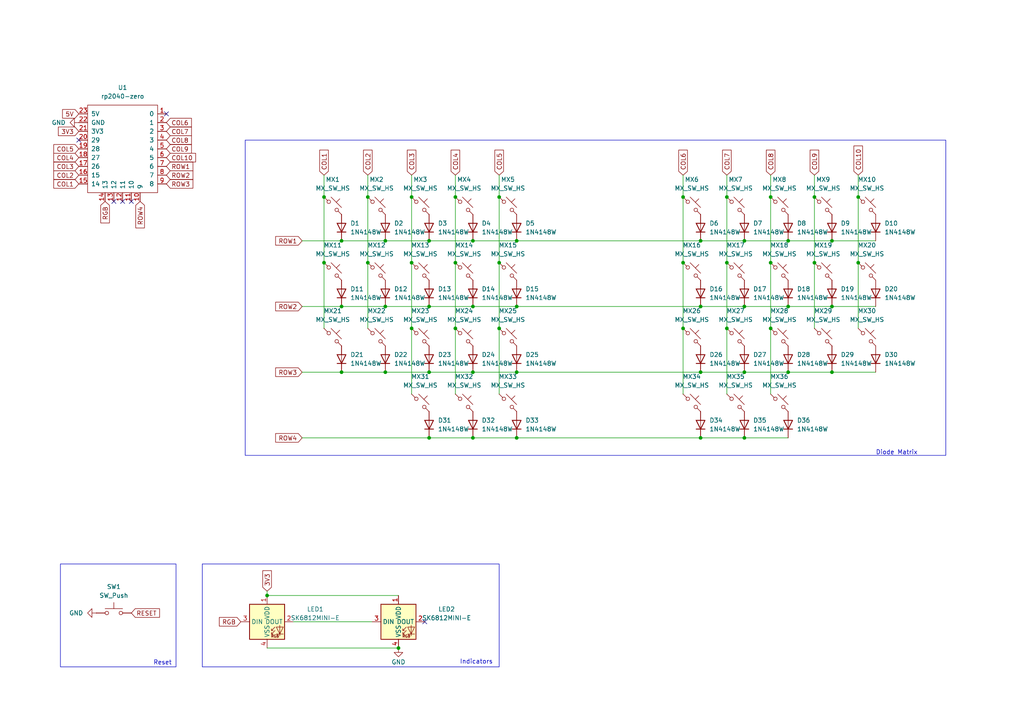
<source format=kicad_sch>
(kicad_sch (version 20231120) (generator "eeschema") (generator_version "8.0")
  (paper "A4")
  (lib_symbols
    (symbol "Diode:1N4148W" (pin_numbers hide) (pin_names hide)
      (property "Reference" "D" (at 0 2.54 0))
      (property "Value" "1N4148W" (at 0 -2.54 0))
      (symbol "1N4148W_0_1"
        (polyline (pts (xy -1.27 1.27) (xy -1.27 -1.27)) (stroke (width 0.254)))
        (polyline (pts (xy 1.27 0) (xy -1.27 0)))
        (polyline (pts (xy 1.27 1.27) (xy 1.27 -1.27) (xy -1.27 0) (xy 1.27 1.27)) (stroke (width 0.254)))
      )
      (symbol "1N4148W_1_1"
        (pin passive line (at -3.81 0 0) (length 2.54) (name "K") (number "1"))
        (pin passive line (at 3.81 0 180) (length 2.54) (name "A") (number "2"))
      )
    )
    (symbol "Switch:SW_Push" (pin_numbers hide) (pin_names (offset 1.016) hide)
      (property "Reference" "SW" (at 1.27 2.54 0))
      (property "Value" "SW_Push" (at 0 -1.524 0))
      (symbol "SW_Push_0_1"
        (circle (center -2.032 0) (radius 0.508))
        (polyline (pts (xy 0 1.27) (xy 0 3.048)))
        (polyline (pts (xy 2.54 1.27) (xy -2.54 1.27)))
        (circle (center 2.032 0) (radius 0.508))
        (pin passive line (at -5.08 0 0) (length 2.54) (name "1") (number "1"))
        (pin passive line (at 5.08 0 180) (length 2.54) (name "2") (number "2"))
      )
    )
    (symbol "kleeb-mcu:rp2040-zero" (pin_names (offset 1.016))
      (property "Reference" "U" (at 0 15.24 0))
      (property "Value" "rp2040-zero" (at 0 12.7 0))
      (symbol "rp2040-zero_0_1"
        (rectangle (start -10.16 11.43) (end 10.16 -13.97))
      )
      (symbol "rp2040-zero_1_1"
        (pin bidirectional line (at 12.7 8.89 180) (length 2.54) (name "0") (number "1"))
        (pin bidirectional line (at 5.08 -16.51 90) (length 2.54) (name "9") (number "10"))
        (pin bidirectional line (at 2.54 -16.51 90) (length 2.54) (name "10") (number "11"))
        (pin bidirectional line (at 0 -16.51 90) (length 2.54) (name "11") (number "12"))
        (pin bidirectional line (at -2.54 -16.51 90) (length 2.54) (name "12") (number "13"))
        (pin bidirectional line (at -5.08 -16.51 90) (length 2.54) (name "13") (number "14"))
        (pin bidirectional line (at -12.7 -11.43 0) (length 2.54) (name "14") (number "15"))
        (pin bidirectional line (at -12.7 -8.89 0) (length 2.54) (name "15") (number "16"))
        (pin bidirectional line (at -12.7 -6.35 0) (length 2.54) (name "26") (number "17"))
        (pin bidirectional line (at -12.7 -3.81 0) (length 2.54) (name "27") (number "18"))
        (pin bidirectional line (at -12.7 -1.27 0) (length 2.54) (name "28") (number "19"))
        (pin bidirectional line (at 12.7 6.35 180) (length 2.54) (name "1") (number "2"))
        (pin bidirectional line (at -12.7 1.27 0) (length 2.54) (name "29") (number "20"))
        (pin power_out line (at -12.7 3.81 0) (length 2.54) (name "3V3") (number "21"))
        (pin power_out line (at -12.7 6.35 0) (length 2.54) (name "GND") (number "22"))
        (pin power_out line (at -12.7 8.89 0) (length 2.54) (name "5V") (number "23"))
        (pin bidirectional line (at 12.7 3.81 180) (length 2.54) (name "2") (number "3"))
        (pin bidirectional line (at 12.7 1.27 180) (length 2.54) (name "3") (number "4"))
        (pin bidirectional line (at 12.7 -1.27 180) (length 2.54) (name "4") (number "5"))
        (pin bidirectional line (at 12.7 -3.81 180) (length 2.54) (name "5") (number "6"))
        (pin bidirectional line (at 12.7 -6.35 180) (length 2.54) (name "6") (number "7"))
        (pin bidirectional line (at 12.7 -8.89 180) (length 2.54) (name "7") (number "8"))
        (pin bidirectional line (at 12.7 -11.43 180) (length 2.54) (name "8") (number "9"))
      )
    )
    (symbol "marbastlib-mx:MX_SW_HS_CPG151101S11" (pin_numbers hide) (pin_names (offset 1.016) hide)
      (property "Reference" "MX" (at 3.048 1.016 0))
      (property "Value" "MX_SW_HS" (at 0 -3.81 0))
      (symbol "MX_SW_HS_CPG151101S11_0_1"
        (circle (center -1.1684 1.1684) (radius 0.508))
        (polyline (pts (xy -0.508 2.54) (xy 2.54 -0.508)))
        (polyline (pts (xy 1.016 1.016) (xy 2.032 2.032)))
        (polyline (pts (xy -2.54 2.54) (xy -1.524 1.524) (xy -1.524 1.524)))
        (polyline (pts (xy 1.524 -1.524) (xy 2.54 -2.54) (xy 2.54 -2.54) (xy 2.54 -2.54)))
        (circle (center 1.143 -1.1938) (radius 0.508))
        (pin passive line (at -2.54 2.54 0) (length 0) (name "1") (number "1"))
        (pin passive line (at 2.54 -2.54 180) (length 0) (name "2") (number "2"))
      )
    )
    (symbol "marbastlib-various:SK6812MINI-E"
      (property "Reference" "LED" (at 2.54 6.35 0))
      (property "Value" "SK6812MINI-E" (at 7.62 -6.35 0))
      (symbol "SK6812MINI-E_0_0"
        (text "RGB" (at 2.286 -4.191 0) (effects (font (size 0.762 0.762))))
      )
      (symbol "SK6812MINI-E_0_1"
        (polyline (pts (xy 1.27 -3.556) (xy 1.778 -3.556)))
        (polyline (pts (xy 1.27 -2.54) (xy 1.778 -2.54)))
        (polyline (pts (xy 4.699 -3.556) (xy 2.667 -3.556)))
        (polyline (pts (xy 2.286 -2.54) (xy 1.27 -3.556) (xy 1.27 -3.048)))
        (polyline (pts (xy 2.286 -1.524) (xy 1.27 -2.54) (xy 1.27 -2.032)))
        (polyline (pts (xy 3.683 -1.016) (xy 3.683 -3.556) (xy 3.683 -4.064)))
        (polyline (pts (xy 4.699 -1.524) (xy 2.667 -1.524) (xy 3.683 -3.556) (xy 4.699 -1.524)))
        (rectangle (start 5.08 5.08) (end -5.08 -5.08) (stroke (width 0.254)) (fill (type background)))
      )
      (symbol "SK6812MINI-E_1_1"
        (pin power_in line (at 0 7.62 270) (length 2.54) (name "VDD") (number "1"))
        (pin output line (at 7.62 0 180) (length 2.54) (name "DOUT") (number "2"))
        (pin input line (at -7.62 0 0) (length 2.54) (name "DIN") (number "3"))
        (pin power_in line (at 0 -7.62 90) (length 2.54) (name "VSS") (number "4"))
      )
    )
    (symbol "power:GND" (power) (pin_numbers hide) (pin_names (offset 0) hide)
      (property "Value" "GND" (at 0 -3.81 0))
      (symbol "GND_0_1"
        (polyline (pts (xy 0 0) (xy 0 -1.27) (xy 1.27 -1.27) (xy 0 -2.54) (xy -1.27 -1.27) (xy 0 -1.27)))
      )
      (symbol "GND_1_1"
        (pin power_in line (at 0 0 270) (length 0) (name "~") (number "1"))
      )
    )
  )
  (junction (at 93.98 57.15))
  (junction (at 248.92 76.2))
  (junction (at 124.46 127))
  (junction (at 119.38 76.2))
  (junction (at 115.57 187.96))
  (junction (at 203.2 107.95))
  (junction (at 228.6 107.95))
  (junction (at 137.16 107.95))
  (junction (at 144.78 95.25))
  (junction (at 124.46 88.9))
  (junction (at 248.92 57.15))
  (junction (at 241.3 69.85))
  (junction (at 111.76 69.85))
  (junction (at 241.3 107.95))
  (junction (at 119.38 57.15))
  (junction (at 215.9 69.85))
  (junction (at 132.08 95.25))
  (junction (at 119.38 95.25))
  (junction (at 149.86 107.95))
  (junction (at 223.52 57.15))
  (junction (at 203.2 69.85))
  (junction (at 99.06 69.85))
  (junction (at 215.9 88.9))
  (junction (at 99.06 107.95))
  (junction (at 106.68 76.2))
  (junction (at 210.82 95.25))
  (junction (at 124.46 69.85))
  (junction (at 198.12 76.2))
  (junction (at 132.08 57.15))
  (junction (at 203.2 88.9))
  (junction (at 210.82 76.2))
  (junction (at 198.12 57.15))
  (junction (at 132.08 76.2))
  (junction (at 198.12 95.25))
  (junction (at 203.2 127))
  (junction (at 99.06 88.9))
  (junction (at 77.47 172.72))
  (junction (at 215.9 127))
  (junction (at 106.68 57.15))
  (junction (at 144.78 76.2))
  (junction (at 228.6 69.85))
  (junction (at 210.82 57.15))
  (junction (at 223.52 76.2))
  (junction (at 215.9 107.95))
  (junction (at 93.98 76.2))
  (junction (at 236.22 76.2))
  (junction (at 149.86 69.85))
  (junction (at 137.16 69.85))
  (junction (at 149.86 88.9))
  (junction (at 236.22 57.15))
  (junction (at 137.16 88.9))
  (junction (at 149.86 127))
  (junction (at 228.6 88.9))
  (junction (at 241.3 88.9))
  (junction (at 223.52 95.25))
  (junction (at 137.16 127))
  (junction (at 124.46 107.95))
  (junction (at 111.76 107.95))
  (junction (at 111.76 88.9))
  (junction (at 144.78 57.15))
  (no_connect (at 22.86 40.64))
  (no_connect (at 48.26 33.02))
  (no_connect (at 38.1 58.42))
  (no_connect (at 33.02 58.42))
  (no_connect (at 123.19 180.34))
  (no_connect (at 35.56 58.42))
  (wire (pts (xy 210.82 95.25) (xy 210.82 114.3)))
  (wire (pts (xy 149.86 127) (xy 203.2 127)))
  (wire (pts (xy 119.38 50.8) (xy 119.38 57.15)))
  (wire (pts (xy 111.76 107.95) (xy 124.46 107.95)))
  (wire (pts (xy 124.46 127) (xy 137.16 127)))
  (wire (pts (xy 144.78 95.25) (xy 144.78 114.3)))
  (wire (pts (xy 132.08 95.25) (xy 132.08 114.3)))
  (wire (pts (xy 106.68 50.8) (xy 106.68 57.15)))
  (wire (pts (xy 215.9 69.85) (xy 228.6 69.85)))
  (wire (pts (xy 137.16 88.9) (xy 149.86 88.9)))
  (wire (pts (xy 132.08 57.15) (xy 132.08 76.2)))
  (wire (pts (xy 93.98 50.8) (xy 93.98 57.15)))
  (wire (pts (xy 248.92 76.2) (xy 248.92 95.25)))
  (wire (pts (xy 137.16 69.85) (xy 149.86 69.85)))
  (wire (pts (xy 93.98 76.2) (xy 93.98 95.25)))
  (wire (pts (xy 198.12 57.15) (xy 198.12 76.2)))
  (wire (pts (xy 132.08 50.8) (xy 132.08 57.15)))
  (wire (pts (xy 223.52 57.15) (xy 223.52 76.2)))
  (wire (pts (xy 236.22 50.8) (xy 236.22 57.15)))
  (wire (pts (xy 203.2 107.95) (xy 215.9 107.95)))
  (wire (pts (xy 99.06 88.9) (xy 111.76 88.9)))
  (wire (pts (xy 87.63 69.85) (xy 99.06 69.85)))
  (wire (pts (xy 198.12 76.2) (xy 198.12 95.25)))
  (wire (pts (xy 132.08 76.2) (xy 132.08 95.25)))
  (wire (pts (xy 119.38 95.25) (xy 119.38 114.3)))
  (wire (pts (xy 144.78 76.2) (xy 144.78 95.25)))
  (wire (pts (xy 149.86 107.95) (xy 203.2 107.95)))
  (wire (pts (xy 119.38 57.15) (xy 119.38 76.2)))
  (wire (pts (xy 77.47 187.96) (xy 115.57 187.96)))
  (wire (pts (xy 111.76 69.85) (xy 124.46 69.85)))
  (wire (pts (xy 248.92 57.15) (xy 248.92 76.2)))
  (wire (pts (xy 241.3 69.85) (xy 254 69.85)))
  (wire (pts (xy 215.9 127) (xy 228.6 127)))
  (wire (pts (xy 144.78 50.8) (xy 144.78 57.15)))
  (wire (pts (xy 241.3 88.9) (xy 254 88.9)))
  (wire (pts (xy 228.6 107.95) (xy 241.3 107.95)))
  (wire (pts (xy 124.46 107.95) (xy 137.16 107.95)))
  (wire (pts (xy 149.86 69.85) (xy 203.2 69.85)))
  (wire (pts (xy 210.82 76.2) (xy 210.82 95.25)))
  (wire (pts (xy 210.82 50.8) (xy 210.82 57.15)))
  (wire (pts (xy 119.38 76.2) (xy 119.38 95.25)))
  (wire (pts (xy 228.6 69.85) (xy 241.3 69.85)))
  (wire (pts (xy 236.22 57.15) (xy 236.22 76.2)))
  (wire (pts (xy 203.2 88.9) (xy 215.9 88.9)))
  (wire (pts (xy 99.06 69.85) (xy 111.76 69.85)))
  (wire (pts (xy 203.2 127) (xy 215.9 127)))
  (wire (pts (xy 223.52 50.8) (xy 223.52 57.15)))
  (wire (pts (xy 223.52 95.25) (xy 223.52 114.3)))
  (wire (pts (xy 144.78 57.15) (xy 144.78 76.2)))
  (wire (pts (xy 111.76 88.9) (xy 124.46 88.9)))
  (wire (pts (xy 87.63 127) (xy 124.46 127)))
  (wire (pts (xy 87.63 107.95) (xy 99.06 107.95)))
  (wire (pts (xy 198.12 50.8) (xy 198.12 57.15)))
  (wire (pts (xy 87.63 88.9) (xy 99.06 88.9)))
  (wire (pts (xy 85.09 180.34) (xy 107.95 180.34)))
  (wire (pts (xy 215.9 107.95) (xy 228.6 107.95)))
  (wire (pts (xy 203.2 69.85) (xy 215.9 69.85)))
  (wire (pts (xy 215.9 88.9) (xy 228.6 88.9)))
  (wire (pts (xy 137.16 127) (xy 149.86 127)))
  (wire (pts (xy 149.86 88.9) (xy 203.2 88.9)))
  (wire (pts (xy 241.3 107.95) (xy 254 107.95)))
  (wire (pts (xy 93.98 57.15) (xy 93.98 76.2)))
  (wire (pts (xy 198.12 95.25) (xy 198.12 114.3)))
  (wire (pts (xy 210.82 57.15) (xy 210.82 76.2)))
  (wire (pts (xy 77.47 171.45) (xy 77.47 172.72)))
  (wire (pts (xy 223.52 76.2) (xy 223.52 95.25)))
  (wire (pts (xy 99.06 107.95) (xy 111.76 107.95)))
  (wire (pts (xy 248.92 50.8) (xy 248.92 57.15)))
  (wire (pts (xy 228.6 88.9) (xy 241.3 88.9)))
  (wire (pts (xy 124.46 69.85) (xy 137.16 69.85)))
  (wire (pts (xy 236.22 76.2) (xy 236.22 95.25)))
  (wire (pts (xy 106.68 76.2) (xy 106.68 95.25)))
  (wire (pts (xy 77.47 172.72) (xy 115.57 172.72)))
  (wire (pts (xy 137.16 107.95) (xy 149.86 107.95)))
  (wire (pts (xy 106.68 57.15) (xy 106.68 76.2)))
  (wire (pts (xy 124.46 88.9) (xy 137.16 88.9)))
  (rectangle (start 58.674 163.576) (end 144.78 193.421))
  (rectangle (start 17.526 163.576) (end 51.054 193.421))
  (rectangle (start 71.12 40.64) (end 274.32 132.08))
  (text "Indicators" (at 133.35 192.786 0) (effects (font (size 1.27 1.27)) (justify left bottom)))
  (text "Reset" (at 44.45 193.04 0) (effects (font (size 1.27 1.27)) (justify left bottom)))
  (text "Diode Matrix" (at 254 132.08 0) (effects (font (size 1.27 1.27)) (justify left bottom)))
  (global_label "COL6" (shape input) (at 198.12 50.8 90) (property "Intersheetrefs" "${INTERSHEET_REFS}" (effects (hide yes))))
  (global_label "COL1" (shape input) (at 93.98 50.8 90) (property "Intersheetrefs" "${INTERSHEET_REFS}" (effects (hide yes))))
  (global_label "ROW4" (shape input) (at 40.64 58.42 270) (property "Intersheetrefs" "${INTERSHEET_REFS}" (effects (hide yes))))
  (global_label "ROW3" (shape input) (at 48.26 53.34 0) (property "Intersheetrefs" "${INTERSHEET_REFS}" (effects (hide yes))))
  (global_label "RGB" (shape input) (at 30.48 58.42 270) (property "Intersheetrefs" "${INTERSHEET_REFS}" (effects (hide yes))))
  (global_label "COL8" (shape input) (at 48.26 40.64 0) (property "Intersheetrefs" "${INTERSHEET_REFS}" (effects (hide yes))))
  (global_label "ROW3" (shape input) (at 87.63 107.95 180) (property "Intersheetrefs" "${INTERSHEET_REFS}" (effects (hide yes))))
  (global_label "3V3" (shape input) (at 22.86 38.1 180) (property "Intersheetrefs" "${INTERSHEET_REFS}" (effects (hide yes))))
  (global_label "ROW2" (shape input) (at 48.26 50.8 0) (property "Intersheetrefs" "${INTERSHEET_REFS}" (effects (hide yes))))
  (global_label "3V3" (shape input) (at 77.47 171.45 90) (property "Intersheetrefs" "${INTERSHEET_REFS}" (effects (hide yes))))
  (global_label "RESET" (shape input) (at 38.1 177.8 0) (property "Intersheetrefs" "${INTERSHEET_REFS}" (effects (hide yes))))
  (global_label "ROW4" (shape input) (at 87.63 127 180) (property "Intersheetrefs" "${INTERSHEET_REFS}" (effects (hide yes))))
  (global_label "COL10" (shape input) (at 248.92 50.8 90) (property "Intersheetrefs" "${INTERSHEET_REFS}" (effects (hide yes))))
  (global_label "COL4" (shape input) (at 22.86 45.72 180) (property "Intersheetrefs" "${INTERSHEET_REFS}" (effects (hide yes))))
  (global_label "COL10" (shape input) (at 48.26 45.72 0) (property "Intersheetrefs" "${INTERSHEET_REFS}" (effects (hide yes))))
  (global_label "COL6" (shape input) (at 48.26 35.56 0) (property "Intersheetrefs" "${INTERSHEET_REFS}" (effects (hide yes))))
  (global_label "COL8" (shape input) (at 223.52 50.8 90) (property "Intersheetrefs" "${INTERSHEET_REFS}" (effects (hide yes))))
  (global_label "COL5" (shape input) (at 22.86 43.18 180) (property "Intersheetrefs" "${INTERSHEET_REFS}" (effects (hide yes))))
  (global_label "ROW1" (shape input) (at 87.63 69.85 180) (property "Intersheetrefs" "${INTERSHEET_REFS}" (effects (hide yes))))
  (global_label "COL9" (shape input) (at 48.26 43.18 0) (property "Intersheetrefs" "${INTERSHEET_REFS}" (effects (hide yes))))
  (global_label "COL9" (shape input) (at 236.22 50.8 90) (property "Intersheetrefs" "${INTERSHEET_REFS}" (effects (hide yes))))
  (global_label "ROW2" (shape input) (at 87.63 88.9 180) (property "Intersheetrefs" "${INTERSHEET_REFS}" (effects (hide yes))))
  (global_label "COL4" (shape input) (at 132.08 50.8 90) (property "Intersheetrefs" "${INTERSHEET_REFS}" (effects (hide yes))))
  (global_label "ROW1" (shape input) (at 48.26 48.26 0) (property "Intersheetrefs" "${INTERSHEET_REFS}" (effects (hide yes))))
  (global_label "COL7" (shape input) (at 210.82 50.8 90) (property "Intersheetrefs" "${INTERSHEET_REFS}" (effects (hide yes))))
  (global_label "COL3" (shape input) (at 119.38 50.8 90) (property "Intersheetrefs" "${INTERSHEET_REFS}" (effects (hide yes))))
  (global_label "RGB" (shape input) (at 69.85 180.34 180) (property "Intersheetrefs" "${INTERSHEET_REFS}" (effects (hide yes))))
  (global_label "COL2" (shape input) (at 22.86 50.8 180) (property "Intersheetrefs" "${INTERSHEET_REFS}" (effects (hide yes))))
  (global_label "COL3" (shape input) (at 22.86 48.26 180) (property "Intersheetrefs" "${INTERSHEET_REFS}" (effects (hide yes))))
  (global_label "COL7" (shape input) (at 48.26 38.1 0) (property "Intersheetrefs" "${INTERSHEET_REFS}" (effects (hide yes))))
  (global_label "COL5" (shape input) (at 144.78 50.8 90) (property "Intersheetrefs" "${INTERSHEET_REFS}" (effects (hide yes))))
  (global_label "COL1" (shape input) (at 22.86 53.34 180) (property "Intersheetrefs" "${INTERSHEET_REFS}" (effects (hide yes))))
  (global_label "5V" (shape input) (at 22.86 33.02 180) (property "Intersheetrefs" "${INTERSHEET_REFS}" (effects (hide yes))))
  (global_label "COL2" (shape input) (at 106.68 50.8 90) (property "Intersheetrefs" "${INTERSHEET_REFS}" (effects (hide yes))))
  (symbol (lib_id "marbastlib-mx:MX_SW_HS_CPG151101S11") (at 147.32 78.74 0) (unit 1)
    (property "Reference" "MX15" (at 147.32 71.12 0))
    (property "Value" "MX_SW_HS" (at 147.32 73.66 0))
    (property "Footprint" "marbastlib-mx:SW_MX_HS_CPG151101S11_1u" (effects (hide yes)))
    (property "Description" "Push button switch, normally open, two pins, 45° tilted, Kailh CPG151101S11 for Cherry MX style switches" (effects (hide yes)))
  )
  (symbol (lib_id "marbastlib-mx:MX_SW_HS_CPG151101S11") (at 226.06 116.84 0) (unit 1)
    (property "Reference" "MX36" (at 226.06 109.22 0))
    (property "Value" "MX_SW_HS" (at 226.06 111.76 0))
    (property "Footprint" "marbastlib-mx:SW_MX_HS_CPG151101S11_1u" (effects (hide yes)))
    (property "Description" "Push button switch, normally open, two pins, 45° tilted, Kailh CPG151101S11 for Cherry MX style switches" (effects (hide yes)))
  )
  (symbol (lib_id "Diode:1N4148W") (at 203.2 66.04 90) (unit 1)
    (property "Reference" "D6" (at 205.74 64.77 90) (effects (justify right)))
    (property "Value" "1N4148W" (at 205.74 67.31 90) (effects (justify right)))
    (property "Footprint" "Diode_SMD:D_SOD-123" (effects (hide yes)))
    (property "Datasheet" "https://www.vishay.com/docs/85748/1n4148w.pdf" (effects (hide yes)))
    (property "Description" "75V 0.15A Fast Switching Diode, SOD-123" (effects (hide yes)))
    (property "Sim.Device" "D" (effects (hide yes)))
    (property "Sim.Pins" "1=K 2=A" (effects (hide yes)))
  )
  (symbol (lib_id "marbastlib-mx:MX_SW_HS_CPG151101S11") (at 134.62 116.84 0) (unit 1)
    (property "Reference" "MX32" (at 134.62 109.22 0))
    (property "Value" "MX_SW_HS" (at 134.62 111.76 0))
    (property "Footprint" "marbastlib-mx:SW_MX_HS_CPG151101S11_1u" (effects (hide yes)))
    (property "Description" "Push button switch, normally open, two pins, 45° tilted, Kailh CPG151101S11 for Cherry MX style switches" (effects (hide yes)))
  )
  (symbol (lib_id "Diode:1N4148W") (at 111.76 66.04 90) (unit 1)
    (property "Reference" "D2" (at 114.3 64.77 90) (effects (justify right)))
    (property "Value" "1N4148W" (at 114.3 67.31 90) (effects (justify right)))
    (property "Footprint" "Diode_SMD:D_SOD-123" (effects (hide yes)))
    (property "Datasheet" "https://www.vishay.com/docs/85748/1n4148w.pdf" (effects (hide yes)))
    (property "Description" "75V 0.15A Fast Switching Diode, SOD-123" (effects (hide yes)))
    (property "Sim.Device" "D" (effects (hide yes)))
    (property "Sim.Pins" "1=K 2=A" (effects (hide yes)))
  )
  (symbol (lib_id "marbastlib-mx:MX_SW_HS_CPG151101S11") (at 226.06 78.74 0) (unit 1)
    (property "Reference" "MX18" (at 226.06 71.12 0))
    (property "Value" "MX_SW_HS" (at 226.06 73.66 0))
    (property "Footprint" "marbastlib-mx:SW_MX_HS_CPG151101S11_1u" (effects (hide yes)))
    (property "Description" "Push button switch, normally open, two pins, 45° tilted, Kailh CPG151101S11 for Cherry MX style switches" (effects (hide yes)))
  )
  (symbol (lib_id "Diode:1N4148W") (at 149.86 85.09 90) (unit 1)
    (property "Reference" "D15" (at 152.4 83.82 90) (effects (justify right)))
    (property "Value" "1N4148W" (at 152.4 86.36 90) (effects (justify right)))
    (property "Footprint" "Diode_SMD:D_SOD-123" (effects (hide yes)))
    (property "Datasheet" "https://www.vishay.com/docs/85748/1n4148w.pdf" (effects (hide yes)))
    (property "Description" "75V 0.15A Fast Switching Diode, SOD-123" (effects (hide yes)))
    (property "Sim.Device" "D" (effects (hide yes)))
    (property "Sim.Pins" "1=K 2=A" (effects (hide yes)))
  )
  (symbol (lib_id "Diode:1N4148W") (at 99.06 85.09 90) (unit 1)
    (property "Reference" "D11" (at 101.6 83.82 90) (effects (justify right)))
    (property "Value" "1N4148W" (at 101.6 86.36 90) (effects (justify right)))
    (property "Footprint" "Diode_SMD:D_SOD-123" (effects (hide yes)))
    (property "Datasheet" "https://www.vishay.com/docs/85748/1n4148w.pdf" (effects (hide yes)))
    (property "Description" "75V 0.15A Fast Switching Diode, SOD-123" (effects (hide yes)))
    (property "Sim.Device" "D" (effects (hide yes)))
    (property "Sim.Pins" "1=K 2=A" (effects (hide yes)))
  )
  (symbol (lib_id "marbastlib-mx:MX_SW_HS_CPG151101S11") (at 238.76 78.74 0) (unit 1)
    (property "Reference" "MX19" (at 238.76 71.12 0))
    (property "Value" "MX_SW_HS" (at 238.76 73.66 0))
    (property "Footprint" "marbastlib-mx:SW_MX_HS_CPG151101S11_1u" (effects (hide yes)))
    (property "Description" "Push button switch, normally open, two pins, 45° tilted, Kailh CPG151101S11 for Cherry MX style switches" (effects (hide yes)))
  )
  (symbol (lib_id "power:GND") (at 27.94 177.8 270) (unit 1)
    (property "Reference" "#PWR02" (effects (hide yes)))
    (property "Value" "GND" (at 24.13 177.8 90) (effects (justify right)))
    (property "Description" "Power symbol creates a global label with name \"GND\" , ground" (effects (hide yes)))
  )
  (symbol (lib_id "marbastlib-mx:MX_SW_HS_CPG151101S11") (at 213.36 116.84 0) (unit 1)
    (property "Reference" "MX35" (at 213.36 109.22 0))
    (property "Value" "MX_SW_HS" (at 213.36 111.76 0))
    (property "Footprint" "marbastlib-mx:SW_MX_HS_CPG151101S11_1u" (effects (hide yes)))
    (property "Description" "Push button switch, normally open, two pins, 45° tilted, Kailh CPG151101S11 for Cherry MX style switches" (effects (hide yes)))
  )
  (symbol (lib_id "marbastlib-mx:MX_SW_HS_CPG151101S11") (at 96.52 59.69 0) (unit 1)
    (property "Reference" "MX1" (at 96.52 52.07 0))
    (property "Value" "MX_SW_HS" (at 96.52 54.61 0))
    (property "Footprint" "marbastlib-mx:SW_MX_HS_CPG151101S11_1u" (effects (hide yes)))
    (property "Description" "Push button switch, normally open, two pins, 45° tilted, Kailh CPG151101S11 for Cherry MX style switches" (effects (hide yes)))
  )
  (symbol (lib_id "Diode:1N4148W") (at 99.06 66.04 90) (unit 1)
    (property "Reference" "D1" (at 101.6 64.77 90) (effects (justify right)))
    (property "Value" "1N4148W" (at 101.6 67.31 90) (effects (justify right)))
    (property "Footprint" "Diode_SMD:D_SOD-123" (effects (hide yes)))
    (property "Datasheet" "https://www.vishay.com/docs/85748/1n4148w.pdf" (effects (hide yes)))
    (property "Description" "75V 0.15A Fast Switching Diode, SOD-123" (effects (hide yes)))
    (property "Sim.Device" "D" (effects (hide yes)))
    (property "Sim.Pins" "1=K 2=A" (effects (hide yes)))
  )
  (symbol (lib_id "Diode:1N4148W") (at 111.76 85.09 90) (unit 1)
    (property "Reference" "D12" (at 114.3 83.82 90) (effects (justify right)))
    (property "Value" "1N4148W" (at 114.3 86.36 90) (effects (justify right)))
    (property "Footprint" "Diode_SMD:D_SOD-123" (effects (hide yes)))
    (property "Datasheet" "https://www.vishay.com/docs/85748/1n4148w.pdf" (effects (hide yes)))
    (property "Description" "75V 0.15A Fast Switching Diode, SOD-123" (effects (hide yes)))
    (property "Sim.Device" "D" (effects (hide yes)))
    (property "Sim.Pins" "1=K 2=A" (effects (hide yes)))
  )
  (symbol (lib_id "Diode:1N4148W") (at 228.6 66.04 90) (unit 1)
    (property "Reference" "D8" (at 231.14 64.77 90) (effects (justify right)))
    (property "Value" "1N4148W" (at 231.14 67.31 90) (effects (justify right)))
    (property "Footprint" "Diode_SMD:D_SOD-123" (effects (hide yes)))
    (property "Datasheet" "https://www.vishay.com/docs/85748/1n4148w.pdf" (effects (hide yes)))
    (property "Description" "75V 0.15A Fast Switching Diode, SOD-123" (effects (hide yes)))
    (property "Sim.Device" "D" (effects (hide yes)))
    (property "Sim.Pins" "1=K 2=A" (effects (hide yes)))
  )
  (symbol (lib_id "Diode:1N4148W") (at 124.46 85.09 90) (unit 1)
    (property "Reference" "D13" (at 127 83.82 90) (effects (justify right)))
    (property "Value" "1N4148W" (at 127 86.36 90) (effects (justify right)))
    (property "Footprint" "Diode_SMD:D_SOD-123" (effects (hide yes)))
    (property "Datasheet" "https://www.vishay.com/docs/85748/1n4148w.pdf" (effects (hide yes)))
    (property "Description" "75V 0.15A Fast Switching Diode, SOD-123" (effects (hide yes)))
    (property "Sim.Device" "D" (effects (hide yes)))
    (property "Sim.Pins" "1=K 2=A" (effects (hide yes)))
  )
  (symbol (lib_id "marbastlib-mx:MX_SW_HS_CPG151101S11") (at 213.36 97.79 0) (unit 1)
    (property "Reference" "MX27" (at 213.36 90.17 0))
    (property "Value" "MX_SW_HS" (at 213.36 92.71 0))
    (property "Footprint" "marbastlib-mx:SW_MX_HS_CPG151101S11_1u" (effects (hide yes)))
    (property "Description" "Push button switch, normally open, two pins, 45° tilted, Kailh CPG151101S11 for Cherry MX style switches" (effects (hide yes)))
  )
  (symbol (lib_id "marbastlib-mx:MX_SW_HS_CPG151101S11") (at 134.62 97.79 0) (unit 1)
    (property "Reference" "MX24" (at 134.62 90.17 0))
    (property "Value" "MX_SW_HS" (at 134.62 92.71 0))
    (property "Footprint" "marbastlib-mx:SW_MX_HS_CPG151101S11_1u" (effects (hide yes)))
    (property "Description" "Push button switch, normally open, two pins, 45° tilted, Kailh CPG151101S11 for Cherry MX style switches" (effects (hide yes)))
  )
  (symbol (lib_id "marbastlib-mx:MX_SW_HS_CPG151101S11") (at 200.66 59.69 0) (unit 1)
    (property "Reference" "MX6" (at 200.66 52.07 0))
    (property "Value" "MX_SW_HS" (at 200.66 54.61 0))
    (property "Footprint" "marbastlib-mx:SW_MX_HS_CPG151101S11_1u" (effects (hide yes)))
    (property "Description" "Push button switch, normally open, two pins, 45° tilted, Kailh CPG151101S11 for Cherry MX style switches" (effects (hide yes)))
  )
  (symbol (lib_id "Diode:1N4148W") (at 137.16 66.04 90) (unit 1)
    (property "Reference" "D4" (at 139.7 64.77 90) (effects (justify right)))
    (property "Value" "1N4148W" (at 139.7 67.31 90) (effects (justify right)))
    (property "Footprint" "Diode_SMD:D_SOD-123" (effects (hide yes)))
    (property "Datasheet" "https://www.vishay.com/docs/85748/1n4148w.pdf" (effects (hide yes)))
    (property "Description" "75V 0.15A Fast Switching Diode, SOD-123" (effects (hide yes)))
    (property "Sim.Device" "D" (effects (hide yes)))
    (property "Sim.Pins" "1=K 2=A" (effects (hide yes)))
  )
  (symbol (lib_id "Diode:1N4148W") (at 203.2 85.09 90) (unit 1)
    (property "Reference" "D16" (at 205.74 83.82 90) (effects (justify right)))
    (property "Value" "1N4148W" (at 205.74 86.36 90) (effects (justify right)))
    (property "Footprint" "Diode_SMD:D_SOD-123" (effects (hide yes)))
    (property "Datasheet" "https://www.vishay.com/docs/85748/1n4148w.pdf" (effects (hide yes)))
    (property "Description" "75V 0.15A Fast Switching Diode, SOD-123" (effects (hide yes)))
    (property "Sim.Device" "D" (effects (hide yes)))
    (property "Sim.Pins" "1=K 2=A" (effects (hide yes)))
  )
  (symbol (lib_id "Diode:1N4148W") (at 149.86 104.14 90) (unit 1)
    (property "Reference" "D25" (at 152.4 102.87 90) (effects (justify right)))
    (property "Value" "1N4148W" (at 152.4 105.41 90) (effects (justify right)))
    (property "Footprint" "Diode_SMD:D_SOD-123" (effects (hide yes)))
    (property "Datasheet" "https://www.vishay.com/docs/85748/1n4148w.pdf" (effects (hide yes)))
    (property "Description" "75V 0.15A Fast Switching Diode, SOD-123" (effects (hide yes)))
    (property "Sim.Device" "D" (effects (hide yes)))
    (property "Sim.Pins" "1=K 2=A" (effects (hide yes)))
  )
  (symbol (lib_id "marbastlib-mx:MX_SW_HS_CPG151101S11") (at 121.92 78.74 0) (unit 1)
    (property "Reference" "MX13" (at 121.92 71.12 0))
    (property "Value" "MX_SW_HS" (at 121.92 73.66 0))
    (property "Footprint" "marbastlib-mx:SW_MX_HS_CPG151101S11_1u" (effects (hide yes)))
    (property "Description" "Push button switch, normally open, two pins, 45° tilted, Kailh CPG151101S11 for Cherry MX style switches" (effects (hide yes)))
  )
  (symbol (lib_id "Diode:1N4148W") (at 149.86 123.19 90) (unit 1)
    (property "Reference" "D33" (at 152.4 121.92 90) (effects (justify right)))
    (property "Value" "1N4148W" (at 152.4 124.46 90) (effects (justify right)))
    (property "Footprint" "Diode_SMD:D_SOD-123" (effects (hide yes)))
    (property "Datasheet" "https://www.vishay.com/docs/85748/1n4148w.pdf" (effects (hide yes)))
    (property "Description" "75V 0.15A Fast Switching Diode, SOD-123" (effects (hide yes)))
    (property "Sim.Device" "D" (effects (hide yes)))
    (property "Sim.Pins" "1=K 2=A" (effects (hide yes)))
  )
  (symbol (lib_id "Diode:1N4148W") (at 254 66.04 90) (unit 1)
    (property "Reference" "D10" (at 256.54 64.77 90) (effects (justify right)))
    (property "Value" "1N4148W" (at 256.54 67.31 90) (effects (justify right)))
    (property "Footprint" "Diode_SMD:D_SOD-123" (effects (hide yes)))
    (property "Datasheet" "https://www.vishay.com/docs/85748/1n4148w.pdf" (effects (hide yes)))
    (property "Description" "75V 0.15A Fast Switching Diode, SOD-123" (effects (hide yes)))
    (property "Sim.Device" "D" (effects (hide yes)))
    (property "Sim.Pins" "1=K 2=A" (effects (hide yes)))
  )
  (symbol (lib_id "marbastlib-mx:MX_SW_HS_CPG151101S11") (at 109.22 59.69 0) (unit 1)
    (property "Reference" "MX2" (at 109.22 52.07 0))
    (property "Value" "MX_SW_HS" (at 109.22 54.61 0))
    (property "Footprint" "marbastlib-mx:SW_MX_HS_CPG151101S11_1u" (effects (hide yes)))
    (property "Description" "Push button switch, normally open, two pins, 45° tilted, Kailh CPG151101S11 for Cherry MX style switches" (effects (hide yes)))
  )
  (symbol (lib_id "marbastlib-mx:MX_SW_HS_CPG151101S11") (at 251.46 97.79 0) (unit 1)
    (property "Reference" "MX30" (at 251.46 90.17 0))
    (property "Value" "MX_SW_HS" (at 251.46 92.71 0))
    (property "Footprint" "marbastlib-mx:SW_MX_HS_CPG151101S11_1u" (effects (hide yes)))
    (property "Description" "Push button switch, normally open, two pins, 45° tilted, Kailh CPG151101S11 for Cherry MX style switches" (effects (hide yes)))
  )
  (symbol (lib_id "Diode:1N4148W") (at 137.16 85.09 90) (unit 1)
    (property "Reference" "D14" (at 139.7 83.82 90) (effects (justify right)))
    (property "Value" "1N4148W" (at 139.7 86.36 90) (effects (justify right)))
    (property "Footprint" "Diode_SMD:D_SOD-123" (effects (hide yes)))
    (property "Datasheet" "https://www.vishay.com/docs/85748/1n4148w.pdf" (effects (hide yes)))
    (property "Description" "75V 0.15A Fast Switching Diode, SOD-123" (effects (hide yes)))
    (property "Sim.Device" "D" (effects (hide yes)))
    (property "Sim.Pins" "1=K 2=A" (effects (hide yes)))
  )
  (symbol (lib_id "Diode:1N4148W") (at 124.46 66.04 90) (unit 1)
    (property "Reference" "D3" (at 127 64.77 90) (effects (justify right)))
    (property "Value" "1N4148W" (at 127 67.31 90) (effects (justify right)))
    (property "Footprint" "Diode_SMD:D_SOD-123" (effects (hide yes)))
    (property "Datasheet" "https://www.vishay.com/docs/85748/1n4148w.pdf" (effects (hide yes)))
    (property "Description" "75V 0.15A Fast Switching Diode, SOD-123" (effects (hide yes)))
    (property "Sim.Device" "D" (effects (hide yes)))
    (property "Sim.Pins" "1=K 2=A" (effects (hide yes)))
  )
  (symbol (lib_id "marbastlib-various:SK6812MINI-E") (at 115.57 180.34 0) (unit 1)
    (property "Reference" "LED2" (at 129.54 176.692 0))
    (property "Value" "SK6812MINI-E" (at 129.54 179.232 0))
    (property "Footprint" "PCM_marbastlib-various:LED_6028R" (effects (hide yes)))
    (property "Description" "Reverse mount adressable LED (WS2812 protocol)" (effects (hide yes)))
  )
  (symbol (lib_id "Diode:1N4148W") (at 137.16 123.19 90) (unit 1)
    (property "Reference" "D32" (at 139.7 121.92 90) (effects (justify right)))
    (property "Value" "1N4148W" (at 139.7 124.46 90) (effects (justify right)))
    (property "Footprint" "Diode_SMD:D_SOD-123" (effects (hide yes)))
    (property "Datasheet" "https://www.vishay.com/docs/85748/1n4148w.pdf" (effects (hide yes)))
    (property "Description" "75V 0.15A Fast Switching Diode, SOD-123" (effects (hide yes)))
    (property "Sim.Device" "D" (effects (hide yes)))
    (property "Sim.Pins" "1=K 2=A" (effects (hide yes)))
  )
  (symbol (lib_id "marbastlib-mx:MX_SW_HS_CPG151101S11") (at 147.32 97.79 0) (unit 1)
    (property "Reference" "MX25" (at 147.32 90.17 0))
    (property "Value" "MX_SW_HS" (at 147.32 92.71 0))
    (property "Footprint" "marbastlib-mx:SW_MX_HS_CPG151101S11_1u" (effects (hide yes)))
    (property "Description" "Push button switch, normally open, two pins, 45° tilted, Kailh CPG151101S11 for Cherry MX style switches" (effects (hide yes)))
  )
  (symbol (lib_id "marbastlib-mx:MX_SW_HS_CPG151101S11") (at 96.52 78.74 0) (unit 1)
    (property "Reference" "MX11" (at 96.52 71.12 0))
    (property "Value" "MX_SW_HS" (at 96.52 73.66 0))
    (property "Footprint" "marbastlib-mx:SW_MX_HS_CPG151101S11_1u" (effects (hide yes)))
    (property "Description" "Push button switch, normally open, two pins, 45° tilted, Kailh CPG151101S11 for Cherry MX style switches" (effects (hide yes)))
  )
  (symbol (lib_id "marbastlib-mx:MX_SW_HS_CPG151101S11") (at 200.66 78.74 0) (unit 1)
    (property "Reference" "MX16" (at 200.66 71.12 0))
    (property "Value" "MX_SW_HS" (at 200.66 73.66 0))
    (property "Footprint" "marbastlib-mx:SW_MX_HS_CPG151101S11_1u" (effects (hide yes)))
    (property "Description" "Push button switch, normally open, two pins, 45° tilted, Kailh CPG151101S11 for Cherry MX style switches" (effects (hide yes)))
  )
  (symbol (lib_id "marbastlib-mx:MX_SW_HS_CPG151101S11") (at 96.52 97.79 0) (unit 1)
    (property "Reference" "MX21" (at 96.52 90.17 0))
    (property "Value" "MX_SW_HS" (at 96.52 92.71 0))
    (property "Footprint" "marbastlib-mx:SW_MX_HS_CPG151101S11_1u" (effects (hide yes)))
    (property "Description" "Push button switch, normally open, two pins, 45° tilted, Kailh CPG151101S11 for Cherry MX style switches" (effects (hide yes)))
  )
  (symbol (lib_id "marbastlib-mx:MX_SW_HS_CPG151101S11") (at 147.32 116.84 0) (unit 1)
    (property "Reference" "MX33" (at 147.32 109.22 0))
    (property "Value" "MX_SW_HS" (at 147.32 111.76 0))
    (property "Footprint" "marbastlib-mx:SW_MX_HS_CPG151101S11_1u" (effects (hide yes)))
    (property "Description" "Push button switch, normally open, two pins, 45° tilted, Kailh CPG151101S11 for Cherry MX style switches" (effects (hide yes)))
  )
  (symbol (lib_id "kleeb-mcu:rp2040-zero") (at 35.56 41.91 0) (unit 1)
    (property "Reference" "U1" (at 35.56 25.4 0))
    (property "Value" "rp2040-zero" (at 35.56 27.94 0))
    (property "Footprint" "mcu:rp2040-zero-tht" (effects (hide yes)))
  )
  (symbol (lib_id "Diode:1N4148W") (at 203.2 123.19 90) (unit 1)
    (property "Reference" "D34" (at 205.74 121.92 90) (effects (justify right)))
    (property "Value" "1N4148W" (at 205.74 124.46 90) (effects (justify right)))
    (property "Footprint" "Diode_SMD:D_SOD-123" (effects (hide yes)))
    (property "Datasheet" "https://www.vishay.com/docs/85748/1n4148w.pdf" (effects (hide yes)))
    (property "Description" "75V 0.15A Fast Switching Diode, SOD-123" (effects (hide yes)))
    (property "Sim.Device" "D" (effects (hide yes)))
    (property "Sim.Pins" "1=K 2=A" (effects (hide yes)))
  )
  (symbol (lib_id "Diode:1N4148W") (at 124.46 123.19 90) (unit 1)
    (property "Reference" "D31" (at 127 121.92 90) (effects (justify right)))
    (property "Value" "1N4148W" (at 127 124.46 90) (effects (justify right)))
    (property "Footprint" "Diode_SMD:D_SOD-123" (effects (hide yes)))
    (property "Datasheet" "https://www.vishay.com/docs/85748/1n4148w.pdf" (effects (hide yes)))
    (property "Description" "75V 0.15A Fast Switching Diode, SOD-123" (effects (hide yes)))
    (property "Sim.Device" "D" (effects (hide yes)))
    (property "Sim.Pins" "1=K 2=A" (effects (hide yes)))
  )
  (symbol (lib_id "power:GND") (at 22.86 35.56 270) (mirror x) (unit 1)
    (property "Reference" "#PWR01" (effects (hide yes)))
    (property "Value" "GND" (at 19.05 35.56 90) (effects (justify right)))
    (property "Description" "Power symbol creates a global label with name \"GND\" , ground" (effects (hide yes)))
  )
  (symbol (lib_id "Diode:1N4148W") (at 254 85.09 90) (unit 1)
    (property "Reference" "D20" (at 256.54 83.82 90) (effects (justify right)))
    (property "Value" "1N4148W" (at 256.54 86.36 90) (effects (justify right)))
    (property "Footprint" "Diode_SMD:D_SOD-123" (effects (hide yes)))
    (property "Datasheet" "https://www.vishay.com/docs/85748/1n4148w.pdf" (effects (hide yes)))
    (property "Description" "75V 0.15A Fast Switching Diode, SOD-123" (effects (hide yes)))
    (property "Sim.Device" "D" (effects (hide yes)))
    (property "Sim.Pins" "1=K 2=A" (effects (hide yes)))
  )
  (symbol (lib_id "Diode:1N4148W") (at 137.16 104.14 90) (unit 1)
    (property "Reference" "D24" (at 139.7 102.87 90) (effects (justify right)))
    (property "Value" "1N4148W" (at 139.7 105.41 90) (effects (justify right)))
    (property "Footprint" "Diode_SMD:D_SOD-123" (effects (hide yes)))
    (property "Datasheet" "https://www.vishay.com/docs/85748/1n4148w.pdf" (effects (hide yes)))
    (property "Description" "75V 0.15A Fast Switching Diode, SOD-123" (effects (hide yes)))
    (property "Sim.Device" "D" (effects (hide yes)))
    (property "Sim.Pins" "1=K 2=A" (effects (hide yes)))
  )
  (symbol (lib_id "Diode:1N4148W") (at 228.6 104.14 90) (unit 1)
    (property "Reference" "D28" (at 231.14 102.87 90) (effects (justify right)))
    (property "Value" "1N4148W" (at 231.14 105.41 90) (effects (justify right)))
    (property "Footprint" "Diode_SMD:D_SOD-123" (effects (hide yes)))
    (property "Datasheet" "https://www.vishay.com/docs/85748/1n4148w.pdf" (effects (hide yes)))
    (property "Description" "75V 0.15A Fast Switching Diode, SOD-123" (effects (hide yes)))
    (property "Sim.Device" "D" (effects (hide yes)))
    (property "Sim.Pins" "1=K 2=A" (effects (hide yes)))
  )
  (symbol (lib_id "marbastlib-mx:MX_SW_HS_CPG151101S11") (at 109.22 78.74 0) (unit 1)
    (property "Reference" "MX12" (at 109.22 71.12 0))
    (property "Value" "MX_SW_HS" (at 109.22 73.66 0))
    (property "Footprint" "marbastlib-mx:SW_MX_HS_CPG151101S11_1u" (effects (hide yes)))
    (property "Description" "Push button switch, normally open, two pins, 45° tilted, Kailh CPG151101S11 for Cherry MX style switches" (effects (hide yes)))
  )
  (symbol (lib_id "Diode:1N4148W") (at 241.3 66.04 90) (unit 1)
    (property "Reference" "D9" (at 243.84 64.77 90) (effects (justify right)))
    (property "Value" "1N4148W" (at 243.84 67.31 90) (effects (justify right)))
    (property "Footprint" "Diode_SMD:D_SOD-123" (effects (hide yes)))
    (property "Datasheet" "https://www.vishay.com/docs/85748/1n4148w.pdf" (effects (hide yes)))
    (property "Description" "75V 0.15A Fast Switching Diode, SOD-123" (effects (hide yes)))
    (property "Sim.Device" "D" (effects (hide yes)))
    (property "Sim.Pins" "1=K 2=A" (effects (hide yes)))
  )
  (symbol (lib_id "marbastlib-mx:MX_SW_HS_CPG151101S11") (at 121.92 97.79 0) (unit 1)
    (property "Reference" "MX23" (at 121.92 90.17 0))
    (property "Value" "MX_SW_HS" (at 121.92 92.71 0))
    (property "Footprint" "marbastlib-mx:SW_MX_HS_CPG151101S11_1u" (effects (hide yes)))
    (property "Description" "Push button switch, normally open, two pins, 45° tilted, Kailh CPG151101S11 for Cherry MX style switches" (effects (hide yes)))
  )
  (symbol (lib_id "marbastlib-mx:MX_SW_HS_CPG151101S11") (at 121.92 116.84 0) (unit 1)
    (property "Reference" "MX31" (at 121.92 109.22 0))
    (property "Value" "MX_SW_HS" (at 121.92 111.76 0))
    (property "Footprint" "marbastlib-mx:SW_MX_HS_CPG151101S11_1u" (effects (hide yes)))
    (property "Description" "Push button switch, normally open, two pins, 45° tilted, Kailh CPG151101S11 for Cherry MX style switches" (effects (hide yes)))
  )
  (symbol (lib_id "marbastlib-mx:MX_SW_HS_CPG151101S11") (at 226.06 97.79 0) (unit 1)
    (property "Reference" "MX28" (at 226.06 90.17 0))
    (property "Value" "MX_SW_HS" (at 226.06 92.71 0))
    (property "Footprint" "marbastlib-mx:SW_MX_HS_CPG151101S11_1u" (effects (hide yes)))
    (property "Description" "Push button switch, normally open, two pins, 45° tilted, Kailh CPG151101S11 for Cherry MX style switches" (effects (hide yes)))
  )
  (symbol (lib_id "Diode:1N4148W") (at 241.3 85.09 90) (unit 1)
    (property "Reference" "D19" (at 243.84 83.82 90) (effects (justify right)))
    (property "Value" "1N4148W" (at 243.84 86.36 90) (effects (justify right)))
    (property "Footprint" "Diode_SMD:D_SOD-123" (effects (hide yes)))
    (property "Datasheet" "https://www.vishay.com/docs/85748/1n4148w.pdf" (effects (hide yes)))
    (property "Description" "75V 0.15A Fast Switching Diode, SOD-123" (effects (hide yes)))
    (property "Sim.Device" "D" (effects (hide yes)))
    (property "Sim.Pins" "1=K 2=A" (effects (hide yes)))
  )
  (symbol (lib_id "marbastlib-mx:MX_SW_HS_CPG151101S11") (at 238.76 97.79 0) (unit 1)
    (property "Reference" "MX29" (at 238.76 90.17 0))
    (property "Value" "MX_SW_HS" (at 238.76 92.71 0))
    (property "Footprint" "marbastlib-mx:SW_MX_HS_CPG151101S11_1u" (effects (hide yes)))
    (property "Description" "Push button switch, normally open, two pins, 45° tilted, Kailh CPG151101S11 for Cherry MX style switches" (effects (hide yes)))
  )
  (symbol (lib_id "Diode:1N4148W") (at 111.76 104.14 90) (unit 1)
    (property "Reference" "D22" (at 114.3 102.87 90) (effects (justify right)))
    (property "Value" "1N4148W" (at 114.3 105.41 90) (effects (justify right)))
    (property "Footprint" "Diode_SMD:D_SOD-123" (effects (hide yes)))
    (property "Datasheet" "https://www.vishay.com/docs/85748/1n4148w.pdf" (effects (hide yes)))
    (property "Description" "75V 0.15A Fast Switching Diode, SOD-123" (effects (hide yes)))
    (property "Sim.Device" "D" (effects (hide yes)))
    (property "Sim.Pins" "1=K 2=A" (effects (hide yes)))
  )
  (symbol (lib_id "marbastlib-mx:MX_SW_HS_CPG151101S11") (at 134.62 59.69 0) (unit 1)
    (property "Reference" "MX4" (at 134.62 52.07 0))
    (property "Value" "MX_SW_HS" (at 134.62 54.61 0))
    (property "Footprint" "marbastlib-mx:SW_MX_HS_CPG151101S11_1u" (effects (hide yes)))
    (property "Description" "Push button switch, normally open, two pins, 45° tilted, Kailh CPG151101S11 for Cherry MX style switches" (effects (hide yes)))
  )
  (symbol (lib_id "Diode:1N4148W") (at 228.6 123.19 90) (unit 1)
    (property "Reference" "D36" (at 231.14 121.92 90) (effects (justify right)))
    (property "Value" "1N4148W" (at 231.14 124.46 90) (effects (justify right)))
    (property "Footprint" "Diode_SMD:D_SOD-123" (effects (hide yes)))
    (property "Datasheet" "https://www.vishay.com/docs/85748/1n4148w.pdf" (effects (hide yes)))
    (property "Description" "75V 0.15A Fast Switching Diode, SOD-123" (effects (hide yes)))
    (property "Sim.Device" "D" (effects (hide yes)))
    (property "Sim.Pins" "1=K 2=A" (effects (hide yes)))
  )
  (symbol (lib_id "Diode:1N4148W") (at 215.9 85.09 90) (unit 1)
    (property "Reference" "D17" (at 218.44 83.82 90) (effects (justify right)))
    (property "Value" "1N4148W" (at 218.44 86.36 90) (effects (justify right)))
    (property "Footprint" "Diode_SMD:D_SOD-123" (effects (hide yes)))
    (property "Datasheet" "https://www.vishay.com/docs/85748/1n4148w.pdf" (effects (hide yes)))
    (property "Description" "75V 0.15A Fast Switching Diode, SOD-123" (effects (hide yes)))
    (property "Sim.Device" "D" (effects (hide yes)))
    (property "Sim.Pins" "1=K 2=A" (effects (hide yes)))
  )
  (symbol (lib_id "Diode:1N4148W") (at 215.9 123.19 90) (unit 1)
    (property "Reference" "D35" (at 218.44 121.92 90) (effects (justify right)))
    (property "Value" "1N4148W" (at 218.44 124.46 90) (effects (justify right)))
    (property "Footprint" "Diode_SMD:D_SOD-123" (effects (hide yes)))
    (property "Datasheet" "https://www.vishay.com/docs/85748/1n4148w.pdf" (effects (hide yes)))
    (property "Description" "75V 0.15A Fast Switching Diode, SOD-123" (effects (hide yes)))
    (property "Sim.Device" "D" (effects (hide yes)))
    (property "Sim.Pins" "1=K 2=A" (effects (hide yes)))
  )
  (symbol (lib_id "marbastlib-mx:MX_SW_HS_CPG151101S11") (at 226.06 59.69 0) (unit 1)
    (property "Reference" "MX8" (at 226.06 52.07 0))
    (property "Value" "MX_SW_HS" (at 226.06 54.61 0))
    (property "Footprint" "marbastlib-mx:SW_MX_HS_CPG151101S11_1u" (effects (hide yes)))
    (property "Description" "Push button switch, normally open, two pins, 45° tilted, Kailh CPG151101S11 for Cherry MX style switches" (effects (hide yes)))
  )
  (symbol (lib_id "marbastlib-mx:MX_SW_HS_CPG151101S11") (at 109.22 97.79 0) (unit 1)
    (property "Reference" "MX22" (at 109.22 90.17 0))
    (property "Value" "MX_SW_HS" (at 109.22 92.71 0))
    (property "Footprint" "marbastlib-mx:SW_MX_HS_CPG151101S11_1u" (effects (hide yes)))
    (property "Description" "Push button switch, normally open, two pins, 45° tilted, Kailh CPG151101S11 for Cherry MX style switches" (effects (hide yes)))
  )
  (symbol (lib_id "Diode:1N4148W") (at 149.86 66.04 90) (unit 1)
    (property "Reference" "D5" (at 152.4 64.77 90) (effects (justify right)))
    (property "Value" "1N4148W" (at 152.4 67.31 90) (effects (justify right)))
    (property "Footprint" "Diode_SMD:D_SOD-123" (effects (hide yes)))
    (property "Datasheet" "https://www.vishay.com/docs/85748/1n4148w.pdf" (effects (hide yes)))
    (property "Description" "75V 0.15A Fast Switching Diode, SOD-123" (effects (hide yes)))
    (property "Sim.Device" "D" (effects (hide yes)))
    (property "Sim.Pins" "1=K 2=A" (effects (hide yes)))
  )
  (symbol (lib_id "marbastlib-mx:MX_SW_HS_CPG151101S11") (at 251.46 59.69 0) (unit 1)
    (property "Reference" "MX10" (at 251.46 52.07 0))
    (property "Value" "MX_SW_HS" (at 251.46 54.61 0))
    (property "Footprint" "marbastlib-mx:SW_MX_HS_CPG151101S11_1u" (effects (hide yes)))
    (property "Description" "Push button switch, normally open, two pins, 45° tilted, Kailh CPG151101S11 for Cherry MX style switches" (effects (hide yes)))
  )
  (symbol (lib_id "marbastlib-mx:MX_SW_HS_CPG151101S11") (at 251.46 78.74 0) (unit 1)
    (property "Reference" "MX20" (at 251.46 71.12 0))
    (property "Value" "MX_SW_HS" (at 251.46 73.66 0))
    (property "Footprint" "marbastlib-mx:SW_MX_HS_CPG151101S11_1u" (effects (hide yes)))
    (property "Description" "Push button switch, normally open, two pins, 45° tilted, Kailh CPG151101S11 for Cherry MX style switches" (effects (hide yes)))
  )
  (symbol (lib_id "power:GND") (at 115.57 187.96 0) (unit 1)
    (property "Reference" "#PWR06" (effects (hide yes)))
    (property "Value" "GND" (at 115.57 192.024 0))
    (property "Description" "Power symbol creates a global label with name \"GND\" , ground" (effects (hide yes)))
  )
  (symbol (lib_id "Diode:1N4148W") (at 241.3 104.14 90) (unit 1)
    (property "Reference" "D29" (at 243.84 102.87 90) (effects (justify right)))
    (property "Value" "1N4148W" (at 243.84 105.41 90) (effects (justify right)))
    (property "Footprint" "Diode_SMD:D_SOD-123" (effects (hide yes)))
    (property "Datasheet" "https://www.vishay.com/docs/85748/1n4148w.pdf" (effects (hide yes)))
    (property "Description" "75V 0.15A Fast Switching Diode, SOD-123" (effects (hide yes)))
    (property "Sim.Device" "D" (effects (hide yes)))
    (property "Sim.Pins" "1=K 2=A" (effects (hide yes)))
  )
  (symbol (lib_id "Diode:1N4148W") (at 254 104.14 90) (unit 1)
    (property "Reference" "D30" (at 256.54 102.87 90) (effects (justify right)))
    (property "Value" "1N4148W" (at 256.54 105.41 90) (effects (justify right)))
    (property "Footprint" "Diode_SMD:D_SOD-123" (effects (hide yes)))
    (property "Datasheet" "https://www.vishay.com/docs/85748/1n4148w.pdf" (effects (hide yes)))
    (property "Description" "75V 0.15A Fast Switching Diode, SOD-123" (effects (hide yes)))
    (property "Sim.Device" "D" (effects (hide yes)))
    (property "Sim.Pins" "1=K 2=A" (effects (hide yes)))
  )
  (symbol (lib_id "Diode:1N4148W") (at 124.46 104.14 90) (unit 1)
    (property "Reference" "D23" (at 127 102.87 90) (effects (justify right)))
    (property "Value" "1N4148W" (at 127 105.41 90) (effects (justify right)))
    (property "Footprint" "Diode_SMD:D_SOD-123" (effects (hide yes)))
    (property "Datasheet" "https://www.vishay.com/docs/85748/1n4148w.pdf" (effects (hide yes)))
    (property "Description" "75V 0.15A Fast Switching Diode, SOD-123" (effects (hide yes)))
    (property "Sim.Device" "D" (effects (hide yes)))
    (property "Sim.Pins" "1=K 2=A" (effects (hide yes)))
  )
  (symbol (lib_id "Switch:SW_Push") (at 33.02 177.8 0) (unit 1)
    (property "Reference" "SW1" (at 33.02 170.18 0))
    (property "Value" "SW_Push" (at 33.02 172.72 0))
    (property "Footprint" "marbastlib-various:SW_SKHLLCA010" (effects (hide yes)))
    (property "Description" "Push button switch, generic, two pins" (effects (hide yes)))
  )
  (symbol (lib_id "marbastlib-mx:MX_SW_HS_CPG151101S11") (at 134.62 78.74 0) (unit 1)
    (property "Reference" "MX14" (at 134.62 71.12 0))
    (property "Value" "MX_SW_HS" (at 134.62 73.66 0))
    (property "Footprint" "marbastlib-mx:SW_MX_HS_CPG151101S11_1u" (effects (hide yes)))
    (property "Description" "Push button switch, normally open, two pins, 45° tilted, Kailh CPG151101S11 for Cherry MX style switches" (effects (hide yes)))
  )
  (symbol (lib_id "Diode:1N4148W") (at 215.9 66.04 90) (unit 1)
    (property "Reference" "D7" (at 218.44 64.77 90) (effects (justify right)))
    (property "Value" "1N4148W" (at 218.44 67.31 90) (effects (justify right)))
    (property "Footprint" "Diode_SMD:D_SOD-123" (effects (hide yes)))
    (property "Datasheet" "https://www.vishay.com/docs/85748/1n4148w.pdf" (effects (hide yes)))
    (property "Description" "75V 0.15A Fast Switching Diode, SOD-123" (effects (hide yes)))
    (property "Sim.Device" "D" (effects (hide yes)))
    (property "Sim.Pins" "1=K 2=A" (effects (hide yes)))
  )
  (symbol (lib_id "marbastlib-mx:MX_SW_HS_CPG151101S11") (at 238.76 59.69 0) (unit 1)
    (property "Reference" "MX9" (at 238.76 52.07 0))
    (property "Value" "MX_SW_HS" (at 238.76 54.61 0))
    (property "Footprint" "marbastlib-mx:SW_MX_HS_CPG151101S11_1u" (effects (hide yes)))
    (property "Description" "Push button switch, normally open, two pins, 45° tilted, Kailh CPG151101S11 for Cherry MX style switches" (effects (hide yes)))
  )
  (symbol (lib_id "Diode:1N4148W") (at 99.06 104.14 90) (unit 1)
    (property "Reference" "D21" (at 101.6 102.87 90) (effects (justify right)))
    (property "Value" "1N4148W" (at 101.6 105.41 90) (effects (justify right)))
    (property "Footprint" "Diode_SMD:D_SOD-123" (effects (hide yes)))
    (property "Datasheet" "https://www.vishay.com/docs/85748/1n4148w.pdf" (effects (hide yes)))
    (property "Description" "75V 0.15A Fast Switching Diode, SOD-123" (effects (hide yes)))
    (property "Sim.Device" "D" (effects (hide yes)))
    (property "Sim.Pins" "1=K 2=A" (effects (hide yes)))
  )
  (symbol (lib_id "marbastlib-mx:MX_SW_HS_CPG151101S11") (at 213.36 59.69 0) (unit 1)
    (property "Reference" "MX7" (at 213.36 52.07 0))
    (property "Value" "MX_SW_HS" (at 213.36 54.61 0))
    (property "Footprint" "marbastlib-mx:SW_MX_HS_CPG151101S11_1u" (effects (hide yes)))
    (property "Description" "Push button switch, normally open, two pins, 45° tilted, Kailh CPG151101S11 for Cherry MX style switches" (effects (hide yes)))
  )
  (symbol (lib_id "Diode:1N4148W") (at 228.6 85.09 90) (unit 1)
    (property "Reference" "D18" (at 231.14 83.82 90) (effects (justify right)))
    (property "Value" "1N4148W" (at 231.14 86.36 90) (effects (justify right)))
    (property "Footprint" "Diode_SMD:D_SOD-123" (effects (hide yes)))
    (property "Datasheet" "https://www.vishay.com/docs/85748/1n4148w.pdf" (effects (hide yes)))
    (property "Description" "75V 0.15A Fast Switching Diode, SOD-123" (effects (hide yes)))
    (property "Sim.Device" "D" (effects (hide yes)))
    (property "Sim.Pins" "1=K 2=A" (effects (hide yes)))
  )
  (symbol (lib_id "marbastlib-mx:MX_SW_HS_CPG151101S11") (at 213.36 78.74 0) (unit 1)
    (property "Reference" "MX17" (at 213.36 71.12 0))
    (property "Value" "MX_SW_HS" (at 213.36 73.66 0))
    (property "Footprint" "marbastlib-mx:SW_MX_HS_CPG151101S11_1u" (effects (hide yes)))
    (property "Description" "Push button switch, normally open, two pins, 45° tilted, Kailh CPG151101S11 for Cherry MX style switches" (effects (hide yes)))
  )
  (symbol (lib_id "Diode:1N4148W") (at 203.2 104.14 90) (unit 1)
    (property "Reference" "D26" (at 205.74 102.87 90) (effects (justify right)))
    (property "Value" "1N4148W" (at 205.74 105.41 90) (effects (justify right)))
    (property "Footprint" "Diode_SMD:D_SOD-123" (effects (hide yes)))
    (property "Datasheet" "https://www.vishay.com/docs/85748/1n4148w.pdf" (effects (hide yes)))
    (property "Description" "75V 0.15A Fast Switching Diode, SOD-123" (effects (hide yes)))
    (property "Sim.Device" "D" (effects (hide yes)))
    (property "Sim.Pins" "1=K 2=A" (effects (hide yes)))
  )
  (symbol (lib_id "marbastlib-mx:MX_SW_HS_CPG151101S11") (at 200.66 116.84 0) (unit 1)
    (property "Reference" "MX34" (at 200.66 109.22 0))
    (property "Value" "MX_SW_HS" (at 200.66 111.76 0))
    (property "Footprint" "marbastlib-mx:SW_MX_HS_CPG151101S11_1u" (effects (hide yes)))
    (property "Description" "Push button switch, normally open, two pins, 45° tilted, Kailh CPG151101S11 for Cherry MX style switches" (effects (hide yes)))
  )
  (symbol (lib_id "marbastlib-mx:MX_SW_HS_CPG151101S11") (at 147.32 59.69 0) (unit 1)
    (property "Reference" "MX5" (at 147.32 52.07 0))
    (property "Value" "MX_SW_HS" (at 147.32 54.61 0))
    (property "Footprint" "marbastlib-mx:SW_MX_HS_CPG151101S11_1u" (effects (hide yes)))
    (property "Description" "Push button switch, normally open, two pins, 45° tilted, Kailh CPG151101S11 for Cherry MX style switches" (effects (hide yes)))
  )
  (symbol (lib_id "marbastlib-mx:MX_SW_HS_CPG151101S11") (at 121.92 59.69 0) (unit 1)
    (property "Reference" "MX3" (at 121.92 52.07 0))
    (property "Value" "MX_SW_HS" (at 121.92 54.61 0))
    (property "Footprint" "marbastlib-mx:SW_MX_HS_CPG151101S11_1u" (effects (hide yes)))
    (property "Description" "Push button switch, normally open, two pins, 45° tilted, Kailh CPG151101S11 for Cherry MX style switches" (effects (hide yes)))
  )
  (symbol (lib_id "marbastlib-various:SK6812MINI-E") (at 77.47 180.34 0) (unit 1)
    (property "Reference" "LED1" (at 91.44 176.692 0))
    (property "Value" "SK6812MINI-E" (at 91.44 179.232 0))
    (property "Footprint" "PCM_marbastlib-various:LED_6028R" (effects (hide yes)))
    (property "Description" "Reverse mount adressable LED (WS2812 protocol)" (effects (hide yes)))
  )
  (symbol (lib_id "marbastlib-mx:MX_SW_HS_CPG151101S11") (at 200.66 97.79 0) (unit 1)
    (property "Reference" "MX26" (at 200.66 90.17 0))
    (property "Value" "MX_SW_HS" (at 200.66 92.71 0))
    (property "Footprint" "marbastlib-mx:SW_MX_HS_CPG151101S11_1u" (effects (hide yes)))
    (property "Description" "Push button switch, normally open, two pins, 45° tilted, Kailh CPG151101S11 for Cherry MX style switches" (effects (hide yes)))
  )
  (symbol (lib_id "Diode:1N4148W") (at 215.9 104.14 90) (unit 1)
    (property "Reference" "D27" (at 218.44 102.87 90) (effects (justify right)))
    (property "Value" "1N4148W" (at 218.44 105.41 90) (effects (justify right)))
    (property "Footprint" "Diode_SMD:D_SOD-123" (effects (hide yes)))
    (property "Datasheet" "https://www.vishay.com/docs/85748/1n4148w.pdf" (effects (hide yes)))
    (property "Description" "75V 0.15A Fast Switching Diode, SOD-123" (effects (hide yes)))
    (property "Sim.Device" "D" (effects (hide yes)))
    (property "Sim.Pins" "1=K 2=A" (effects (hide yes)))
  )
)
</source>
